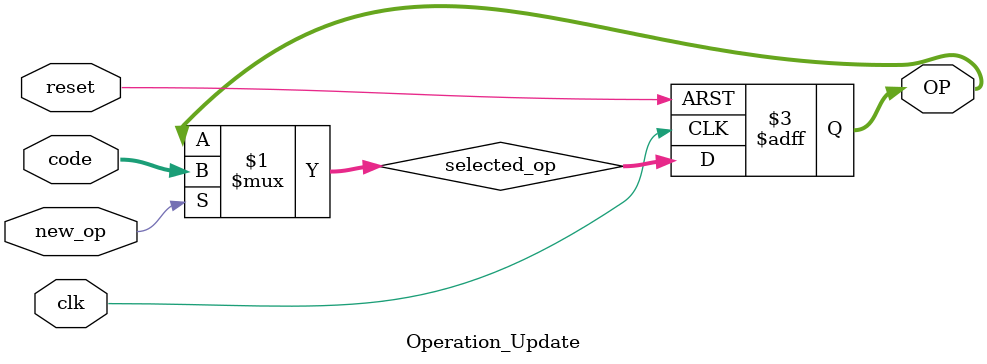
<source format=v>
module Operation_Update (
    input wire clk,       
    input wire reset,         
    input wire new_op, // Select for multiplexer
  input wire [1:0] code,// operation code from the input 
    output reg [1:0] OP // Registered operation code
);

    wire [1:0] selected_op; 

  // Multiplexer Logic (pointless? - diagram seems to say so)
    assign selected_op = (new_op) ? code : OP;

    // Register
    always @(posedge clk or posedge reset) begin
        if (reset) begin
          OP <= 2'b00; // Reset OP register to value different to operation values - in this case 0
        end else begin
            OP <= selected_op; // Updating OP with the selected operation
        end
    end

endmodule


</source>
